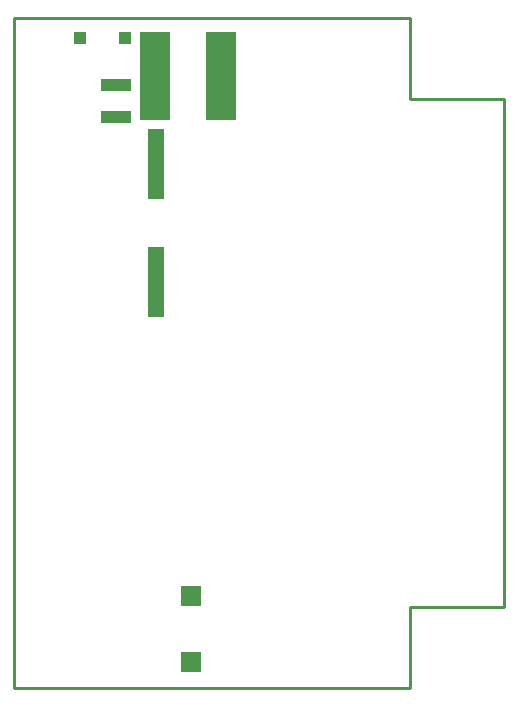
<source format=gtp>
%FSLAX44Y44*%
%MOMM*%
G71*
G01*
G75*
G04 Layer_Color=8421504*
%ADD10C,0.8500*%
%ADD11R,1.0000X1.0000*%
%ADD12C,1.6000*%
%ADD13R,1.4000X6.0000*%
%ADD14R,2.6000X1.1000*%
%ADD15R,2.5000X7.5000*%
%ADD16R,1.8000X1.7000*%
%ADD17C,0.6000*%
%ADD18C,0.2000*%
%ADD19C,0.2540*%
%ADD20C,1.6500*%
%ADD21R,1.6500X1.6500*%
%ADD22C,1.5000*%
%ADD23R,1.5000X1.5000*%
%ADD24C,1.2700*%
%ADD25C,0.0500*%
%ADD26C,0.1270*%
%ADD27C,0.1400*%
D11*
X55880Y549910D02*
D03*
X93980D02*
D03*
D13*
X120650Y443700D02*
D03*
Y343700D02*
D03*
D14*
X86360Y510070D02*
D03*
Y483070D02*
D03*
D15*
X175260Y518160D02*
D03*
X119380D02*
D03*
D16*
X149860Y21530D02*
D03*
Y77530D02*
D03*
D19*
X0Y0D02*
X335026D01*
Y68580D01*
X415036D01*
Y498602D01*
X335026D02*
X415036D01*
X335026D02*
Y567182D01*
X0Y0D02*
Y567182D01*
X335026D01*
M02*

</source>
